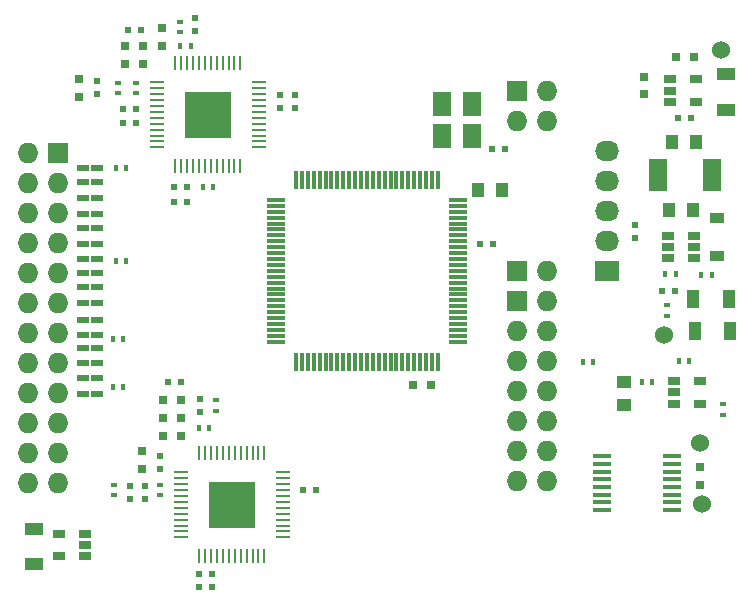
<source format=gts>
G04 #@! TF.FileFunction,Soldermask,Top*
%FSLAX46Y46*%
G04 Gerber Fmt 4.6, Leading zero omitted, Abs format (unit mm)*
G04 Created by KiCad (PCBNEW 4.0.1-stable) date 01/02/2016 19:28:03*
%MOMM*%
G01*
G04 APERTURE LIST*
%ADD10C,0.100000*%
%ADD11R,0.500000X0.600000*%
%ADD12R,1.500000X0.450000*%
%ADD13R,1.300000X0.250000*%
%ADD14R,0.250000X1.300000*%
%ADD15R,4.000000X4.000000*%
%ADD16R,0.750000X0.800000*%
%ADD17R,0.600000X0.500000*%
%ADD18R,0.800000X0.750000*%
%ADD19R,1.000000X1.250000*%
%ADD20R,1.250000X1.000000*%
%ADD21R,1.000000X1.600000*%
%ADD22R,1.600000X1.000000*%
%ADD23R,1.220000X0.910000*%
%ADD24R,1.501140X2.799080*%
%ADD25R,1.727200X1.727200*%
%ADD26O,1.727200X1.727200*%
%ADD27C,1.524000*%
%ADD28R,2.032000X1.727200*%
%ADD29O,2.032000X1.727200*%
%ADD30R,0.600000X0.400000*%
%ADD31R,0.400000X0.600000*%
%ADD32R,1.060000X0.650000*%
%ADD33R,0.300000X1.500000*%
%ADD34R,1.500000X0.300000*%
%ADD35R,1.000000X0.600000*%
%ADD36R,1.600000X2.000000*%
G04 APERTURE END LIST*
D10*
D11*
X125600000Y-111480000D03*
X125600000Y-110380000D03*
D12*
X128710000Y-134555000D03*
X128710000Y-133905000D03*
X128710000Y-133255000D03*
X128710000Y-132605000D03*
X128710000Y-131955000D03*
X128710000Y-131305000D03*
X128710000Y-130655000D03*
X128710000Y-130005000D03*
X122810000Y-130005000D03*
X122810000Y-130655000D03*
X122810000Y-131305000D03*
X122810000Y-131955000D03*
X122810000Y-132605000D03*
X122810000Y-133255000D03*
X122810000Y-133905000D03*
X122810000Y-134555000D03*
D13*
X85058000Y-98342000D03*
X85058000Y-98842000D03*
X85058000Y-99342000D03*
X85058000Y-99842000D03*
X85058000Y-100342000D03*
X85058000Y-100842000D03*
X85058000Y-101342000D03*
X85058000Y-101842000D03*
X85058000Y-102342000D03*
X85058000Y-102842000D03*
X85058000Y-103342000D03*
X85058000Y-103842000D03*
D14*
X86658000Y-105442000D03*
X87158000Y-105442000D03*
X87658000Y-105442000D03*
X88158000Y-105442000D03*
X88658000Y-105442000D03*
X89158000Y-105442000D03*
X89658000Y-105442000D03*
X90158000Y-105442000D03*
X90658000Y-105442000D03*
X91158000Y-105442000D03*
X91658000Y-105442000D03*
X92158000Y-105442000D03*
D13*
X93758000Y-103842000D03*
X93758000Y-103342000D03*
X93758000Y-102842000D03*
X93758000Y-102342000D03*
X93758000Y-101842000D03*
X93758000Y-101342000D03*
X93758000Y-100842000D03*
X93758000Y-100342000D03*
X93758000Y-99842000D03*
X93758000Y-99342000D03*
X93758000Y-98842000D03*
X93758000Y-98342000D03*
D14*
X92158000Y-96742000D03*
X91658000Y-96742000D03*
X91158000Y-96742000D03*
X90658000Y-96742000D03*
X90158000Y-96742000D03*
X89658000Y-96742000D03*
X89158000Y-96742000D03*
X88658000Y-96742000D03*
X88158000Y-96742000D03*
X87658000Y-96742000D03*
X87158000Y-96742000D03*
X86658000Y-96742000D03*
D15*
X89408000Y-101092000D03*
D16*
X126300000Y-97850000D03*
X126300000Y-99350000D03*
D17*
X130300000Y-101350000D03*
X129200000Y-101350000D03*
D18*
X130525000Y-96225000D03*
X129025000Y-96225000D03*
D19*
X130725000Y-103400000D03*
X128725000Y-103400000D03*
D16*
X131030000Y-132420000D03*
X131030000Y-130920000D03*
D20*
X124650000Y-123700000D03*
X124650000Y-125700000D03*
D18*
X83910000Y-96790000D03*
X82410000Y-96790000D03*
X87110000Y-128270000D03*
X85610000Y-128270000D03*
D19*
X130475000Y-109150000D03*
X128475000Y-109150000D03*
D17*
X128950000Y-116000000D03*
X127850000Y-116000000D03*
D21*
X130490000Y-116660000D03*
X133490000Y-116660000D03*
X130652000Y-119380000D03*
X133652000Y-119380000D03*
D18*
X83910000Y-95280000D03*
X82410000Y-95280000D03*
X87110000Y-126746000D03*
X85610000Y-126746000D03*
D22*
X74725000Y-139125000D03*
X74725000Y-136125000D03*
X133300000Y-97650000D03*
X133300000Y-100650000D03*
D16*
X85525000Y-93750000D03*
X85525000Y-95250000D03*
D18*
X87110000Y-125222000D03*
X85610000Y-125222000D03*
D17*
X83760000Y-93890000D03*
X82660000Y-93890000D03*
X87164000Y-123698000D03*
X86064000Y-123698000D03*
D11*
X96770000Y-99440000D03*
X96770000Y-100540000D03*
D17*
X98594000Y-132842000D03*
X97494000Y-132842000D03*
D11*
X95480000Y-99440000D03*
X95480000Y-100540000D03*
D17*
X113580000Y-112014000D03*
X112480000Y-112014000D03*
D11*
X88300000Y-94000000D03*
X88300000Y-92900000D03*
X88760000Y-126220000D03*
X88760000Y-125120000D03*
D17*
X86572000Y-108458000D03*
X87672000Y-108458000D03*
D16*
X78486000Y-98056000D03*
X78486000Y-99556000D03*
X83820000Y-131052000D03*
X83820000Y-129552000D03*
D17*
X88625000Y-140000000D03*
X89725000Y-140000000D03*
D11*
X80010000Y-98256000D03*
X80010000Y-99356000D03*
X85344000Y-131106000D03*
X85344000Y-130006000D03*
D17*
X86572000Y-107188000D03*
X87672000Y-107188000D03*
X88630000Y-141040000D03*
X89730000Y-141040000D03*
X83310000Y-101810000D03*
X82210000Y-101810000D03*
D11*
X82804000Y-133646000D03*
X82804000Y-132546000D03*
D17*
X83354000Y-100584000D03*
X82254000Y-100584000D03*
D11*
X84074000Y-133646000D03*
X84074000Y-132546000D03*
D19*
X112284000Y-107442000D03*
X114284000Y-107442000D03*
D18*
X108300000Y-123950000D03*
X106800000Y-123950000D03*
D23*
X132500000Y-113085000D03*
X132500000Y-109815000D03*
D24*
X132050440Y-106175000D03*
X127549560Y-106175000D03*
D25*
X76730000Y-104320000D03*
D26*
X74190000Y-104320000D03*
X76730000Y-106860000D03*
X74190000Y-106860000D03*
X76730000Y-109400000D03*
X74190000Y-109400000D03*
X76730000Y-111940000D03*
X74190000Y-111940000D03*
X76730000Y-114480000D03*
X74190000Y-114480000D03*
X76730000Y-117020000D03*
X74190000Y-117020000D03*
X76730000Y-119560000D03*
X74190000Y-119560000D03*
X76730000Y-122100000D03*
X74190000Y-122100000D03*
X76730000Y-124640000D03*
X74190000Y-124640000D03*
X76730000Y-127180000D03*
X74190000Y-127180000D03*
X76730000Y-129720000D03*
X74190000Y-129720000D03*
X76730000Y-132260000D03*
X74190000Y-132260000D03*
D27*
X131220000Y-134010000D03*
X131100000Y-128910000D03*
X132875000Y-95575000D03*
X128050000Y-119750000D03*
D25*
X115570000Y-116840000D03*
D26*
X118110000Y-116840000D03*
X115570000Y-119380000D03*
X118110000Y-119380000D03*
X115570000Y-121920000D03*
X118110000Y-121920000D03*
X115570000Y-124460000D03*
X118110000Y-124460000D03*
X115570000Y-127000000D03*
X118110000Y-127000000D03*
X115570000Y-129540000D03*
X118110000Y-129540000D03*
X115570000Y-132080000D03*
X118110000Y-132080000D03*
D25*
X115570000Y-99060000D03*
D26*
X118110000Y-99060000D03*
X115570000Y-101600000D03*
X118110000Y-101600000D03*
D25*
X115570000Y-114300000D03*
D26*
X118110000Y-114300000D03*
D28*
X123190000Y-114300000D03*
D29*
X123190000Y-111760000D03*
X123190000Y-109220000D03*
X123190000Y-106680000D03*
X123190000Y-104140000D03*
D30*
X133000000Y-125600000D03*
X133000000Y-126500000D03*
D31*
X129275000Y-121900000D03*
X130175000Y-121900000D03*
X126150000Y-123700000D03*
X127050000Y-123700000D03*
X129030000Y-114600000D03*
X128130000Y-114600000D03*
X132090000Y-114650000D03*
X131190000Y-114650000D03*
D30*
X128240000Y-118130000D03*
X128240000Y-117230000D03*
D31*
X82514000Y-113464000D03*
X81614000Y-113464000D03*
X82260000Y-120070000D03*
X81360000Y-120070000D03*
X82514000Y-105590000D03*
X81614000Y-105590000D03*
X82260000Y-124132000D03*
X81360000Y-124132000D03*
X87950000Y-95250000D03*
X87050000Y-95250000D03*
D30*
X87050000Y-94100000D03*
X87050000Y-93200000D03*
D31*
X89540000Y-127620000D03*
X88640000Y-127620000D03*
D30*
X90110000Y-126140000D03*
X90110000Y-125240000D03*
X83312000Y-99256000D03*
X83312000Y-98356000D03*
X81788000Y-99256000D03*
X81788000Y-98356000D03*
X85344000Y-133292000D03*
X85344000Y-132392000D03*
X81484000Y-133292000D03*
X81484000Y-132392000D03*
D31*
X88958000Y-107188000D03*
X89858000Y-107188000D03*
X122050000Y-122000000D03*
X121150000Y-122000000D03*
D32*
X79011000Y-138467000D03*
X79011000Y-137517000D03*
X79011000Y-136567000D03*
X76811000Y-136567000D03*
X76811000Y-138467000D03*
D13*
X87090000Y-131362000D03*
X87090000Y-131862000D03*
X87090000Y-132362000D03*
X87090000Y-132862000D03*
X87090000Y-133362000D03*
X87090000Y-133862000D03*
X87090000Y-134362000D03*
X87090000Y-134862000D03*
X87090000Y-135362000D03*
X87090000Y-135862000D03*
X87090000Y-136362000D03*
X87090000Y-136862000D03*
D14*
X88690000Y-138462000D03*
X89190000Y-138462000D03*
X89690000Y-138462000D03*
X90190000Y-138462000D03*
X90690000Y-138462000D03*
X91190000Y-138462000D03*
X91690000Y-138462000D03*
X92190000Y-138462000D03*
X92690000Y-138462000D03*
X93190000Y-138462000D03*
X93690000Y-138462000D03*
X94190000Y-138462000D03*
D13*
X95790000Y-136862000D03*
X95790000Y-136362000D03*
X95790000Y-135862000D03*
X95790000Y-135362000D03*
X95790000Y-134862000D03*
X95790000Y-134362000D03*
X95790000Y-133862000D03*
X95790000Y-133362000D03*
X95790000Y-132862000D03*
X95790000Y-132362000D03*
X95790000Y-131862000D03*
X95790000Y-131362000D03*
D14*
X94190000Y-129762000D03*
X93690000Y-129762000D03*
X93190000Y-129762000D03*
X92690000Y-129762000D03*
X92190000Y-129762000D03*
X91690000Y-129762000D03*
X91190000Y-129762000D03*
X90690000Y-129762000D03*
X90190000Y-129762000D03*
X89690000Y-129762000D03*
X89190000Y-129762000D03*
X88690000Y-129762000D03*
D15*
X91440000Y-134112000D03*
D33*
X108870000Y-106600000D03*
X108370000Y-106600000D03*
X107870000Y-106600000D03*
X107370000Y-106600000D03*
X106870000Y-106600000D03*
X106370000Y-106600000D03*
X105870000Y-106600000D03*
X105370000Y-106600000D03*
X104870000Y-106600000D03*
X104370000Y-106600000D03*
X103870000Y-106600000D03*
X103370000Y-106600000D03*
X102870000Y-106600000D03*
X102370000Y-106600000D03*
X101870000Y-106600000D03*
X101370000Y-106600000D03*
X100870000Y-106600000D03*
X100370000Y-106600000D03*
X99870000Y-106600000D03*
X99370000Y-106600000D03*
X98870000Y-106600000D03*
X98370000Y-106600000D03*
X97870000Y-106600000D03*
X97370000Y-106600000D03*
X96870000Y-106600000D03*
D34*
X95170000Y-108300000D03*
X95170000Y-108800000D03*
X95170000Y-109300000D03*
X95170000Y-109800000D03*
X95170000Y-110300000D03*
X95170000Y-110800000D03*
X95170000Y-111300000D03*
X95170000Y-111800000D03*
X95170000Y-112300000D03*
X95170000Y-112800000D03*
X95170000Y-113300000D03*
X95170000Y-113800000D03*
X95170000Y-114300000D03*
X95170000Y-114800000D03*
X95170000Y-115300000D03*
X95170000Y-115800000D03*
X95170000Y-116300000D03*
X95170000Y-116800000D03*
X95170000Y-117300000D03*
X95170000Y-117800000D03*
X95170000Y-118300000D03*
X95170000Y-118800000D03*
X95170000Y-119300000D03*
X95170000Y-119800000D03*
X95170000Y-120300000D03*
D33*
X96870000Y-122000000D03*
X97370000Y-122000000D03*
X97870000Y-122000000D03*
X98370000Y-122000000D03*
X98870000Y-122000000D03*
X99370000Y-122000000D03*
X99870000Y-122000000D03*
X100370000Y-122000000D03*
X100870000Y-122000000D03*
X101370000Y-122000000D03*
X101870000Y-122000000D03*
X102370000Y-122000000D03*
X102870000Y-122000000D03*
X103370000Y-122000000D03*
X103870000Y-122000000D03*
X104370000Y-122000000D03*
X104870000Y-122000000D03*
X105370000Y-122000000D03*
X105870000Y-122000000D03*
X106370000Y-122000000D03*
X106870000Y-122000000D03*
X107370000Y-122000000D03*
X107870000Y-122000000D03*
X108370000Y-122000000D03*
X108870000Y-122000000D03*
D34*
X110570000Y-120300000D03*
X110570000Y-119800000D03*
X110570000Y-119300000D03*
X110570000Y-118800000D03*
X110570000Y-118300000D03*
X110570000Y-117800000D03*
X110570000Y-117300000D03*
X110570000Y-116800000D03*
X110570000Y-116300000D03*
X110570000Y-115800000D03*
X110570000Y-115300000D03*
X110570000Y-114800000D03*
X110570000Y-114300000D03*
X110570000Y-113800000D03*
X110570000Y-113300000D03*
X110570000Y-112800000D03*
X110570000Y-112300000D03*
X110570000Y-111800000D03*
X110570000Y-111300000D03*
X110570000Y-110800000D03*
X110570000Y-110300000D03*
X110570000Y-109800000D03*
X110570000Y-109300000D03*
X110570000Y-108800000D03*
X110570000Y-108300000D03*
D32*
X128525000Y-98100000D03*
X128525000Y-99050000D03*
X128525000Y-100000000D03*
X130725000Y-100000000D03*
X130725000Y-98100000D03*
X128850000Y-123650000D03*
X128850000Y-124600000D03*
X128850000Y-125550000D03*
X131050000Y-125550000D03*
X131050000Y-123650000D03*
X128375000Y-111325000D03*
X128375000Y-112275000D03*
X128375000Y-113225000D03*
X130575000Y-113225000D03*
X130575000Y-111325000D03*
X130575000Y-112275000D03*
D35*
X78800000Y-114500000D03*
X80000000Y-114500000D03*
X78800000Y-113300000D03*
X80000000Y-113300000D03*
X78800000Y-112000000D03*
X80000000Y-112000000D03*
X78800000Y-122100000D03*
X80000000Y-122100000D03*
X78800000Y-117000000D03*
X80000000Y-117000000D03*
X78800000Y-120800000D03*
X80000000Y-120800000D03*
X78800000Y-119700000D03*
X80000000Y-119700000D03*
X78800000Y-108100000D03*
X80000000Y-108100000D03*
X78800000Y-109500000D03*
X80000000Y-109500000D03*
X78800000Y-105600000D03*
X80000000Y-105600000D03*
X78800000Y-106800000D03*
X80000000Y-106800000D03*
X78800000Y-124700000D03*
X80000000Y-124700000D03*
X78800000Y-123400000D03*
X80000000Y-123400000D03*
X78800000Y-115700000D03*
X80000000Y-115700000D03*
X78800000Y-118500000D03*
X80000000Y-118500000D03*
X78800000Y-110700000D03*
X80000000Y-110700000D03*
D17*
X114550000Y-104000000D03*
X113450000Y-104000000D03*
D36*
X111770000Y-100150000D03*
X109230000Y-100150000D03*
X109230000Y-102850000D03*
X111770000Y-102850000D03*
M02*

</source>
